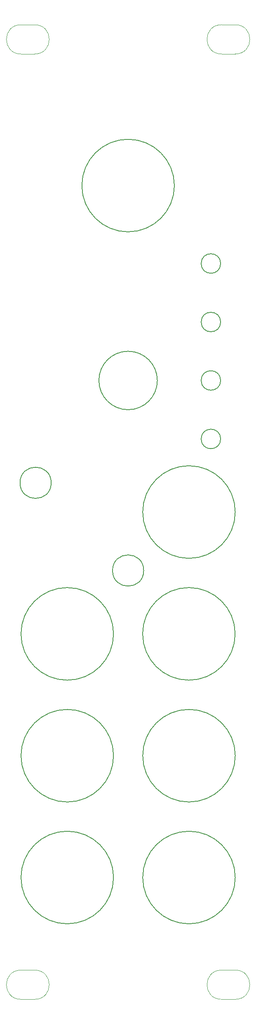
<source format=gbr>
G04 #@! TF.GenerationSoftware,KiCad,Pcbnew,6.0.2-378541a8eb~116~ubuntu20.04.1*
G04 #@! TF.CreationDate,2022-03-12T17:16:05-05:00*
G04 #@! TF.ProjectId,sidekick_panel,73696465-6b69-4636-9b5f-70616e656c2e,rev?*
G04 #@! TF.SameCoordinates,Original*
G04 #@! TF.FileFunction,Other,Comment*
%FSLAX46Y46*%
G04 Gerber Fmt 4.6, Leading zero omitted, Abs format (unit mm)*
G04 Created by KiCad (PCBNEW 6.0.2-378541a8eb~116~ubuntu20.04.1) date 2022-03-12 17:16:05*
%MOMM*%
%LPD*%
G01*
G04 APERTURE LIST*
%ADD10C,0.120000*%
%ADD11C,0.150000*%
G04 APERTURE END LIST*
D10*
G04 #@! TO.C,H17*
X63100000Y-201600000D02*
X60300000Y-201600000D01*
X63100000Y-207600000D02*
X60300000Y-207600000D01*
X63100000Y-7600000D02*
X60300000Y-7600000D01*
X63100000Y-13600000D02*
X60300000Y-13600000D01*
X63100000Y-13600000D02*
G75*
G03*
X63100000Y-7600000I0J3000000D01*
G01*
X60300000Y-201600000D02*
G75*
G03*
X60300000Y-207600000I0J-3000000D01*
G01*
X60300000Y-7600000D02*
G75*
G03*
X60300000Y-13600000I0J-3000000D01*
G01*
X63100000Y-207600000D02*
G75*
G03*
X63100000Y-201600000I0J3000000D01*
G01*
D11*
G04 #@! TO.C,H9*
X60100000Y-56600000D02*
G75*
G03*
X60100000Y-56600000I-2000000J0D01*
G01*
G04 #@! TO.C,H8*
X50600000Y-40600000D02*
G75*
G03*
X50600000Y-40600000I-9500000J0D01*
G01*
G04 #@! TO.C,H1*
X38100000Y-132600000D02*
G75*
G03*
X38100000Y-132600000I-9500000J0D01*
G01*
D10*
G04 #@! TO.C,H16*
X19100000Y-201600000D02*
X21900000Y-201600000D01*
X19100000Y-7600000D02*
X21900000Y-7600000D01*
X19100000Y-207600000D02*
X21900000Y-207600000D01*
X19100000Y-13600000D02*
X21900000Y-13600000D01*
X21900000Y-13600000D02*
G75*
G03*
X21900000Y-7600000I0J3000000D01*
G01*
X19100000Y-7600000D02*
G75*
G03*
X19100000Y-13600000I0J-3000000D01*
G01*
X19100000Y-201600000D02*
G75*
G03*
X19100000Y-207600000I0J-3000000D01*
G01*
X21900000Y-207600000D02*
G75*
G03*
X21900000Y-201600000I0J3000000D01*
G01*
D11*
G04 #@! TO.C,H2*
X38100000Y-157600000D02*
G75*
G03*
X38100000Y-157600000I-9500000J0D01*
G01*
G04 #@! TO.C,H5*
X38100000Y-182600000D02*
G75*
G03*
X38100000Y-182600000I-9500000J0D01*
G01*
G04 #@! TO.C,H6*
X63100000Y-157600000D02*
G75*
G03*
X63100000Y-157600000I-9500000J0D01*
G01*
G04 #@! TO.C,H11*
X25300000Y-101600000D02*
G75*
G03*
X25300000Y-101600000I-3200000J0D01*
G01*
G04 #@! TO.C,H15*
X44300000Y-119600000D02*
G75*
G03*
X44300000Y-119600000I-3200000J0D01*
G01*
G04 #@! TO.C,H7*
X63100000Y-182600000D02*
G75*
G03*
X63100000Y-182600000I-9500000J0D01*
G01*
G04 #@! TO.C,H10*
X60100000Y-68600000D02*
G75*
G03*
X60100000Y-68600000I-2000000J0D01*
G01*
G04 #@! TO.C,H14*
X60100000Y-92600000D02*
G75*
G03*
X60100000Y-92600000I-2000000J0D01*
G01*
G04 #@! TO.C,H13*
X60100000Y-80600000D02*
G75*
G03*
X60100000Y-80600000I-2000000J0D01*
G01*
G04 #@! TO.C,H3*
X63100000Y-107600000D02*
G75*
G03*
X63100000Y-107600000I-9500000J0D01*
G01*
G04 #@! TO.C,H12*
X47100000Y-80600000D02*
G75*
G03*
X47100000Y-80600000I-6000000J0D01*
G01*
G04 #@! TO.C,H4*
X63080000Y-132600000D02*
G75*
G03*
X63080000Y-132600000I-9500000J0D01*
G01*
G04 #@! TD*
M02*

</source>
